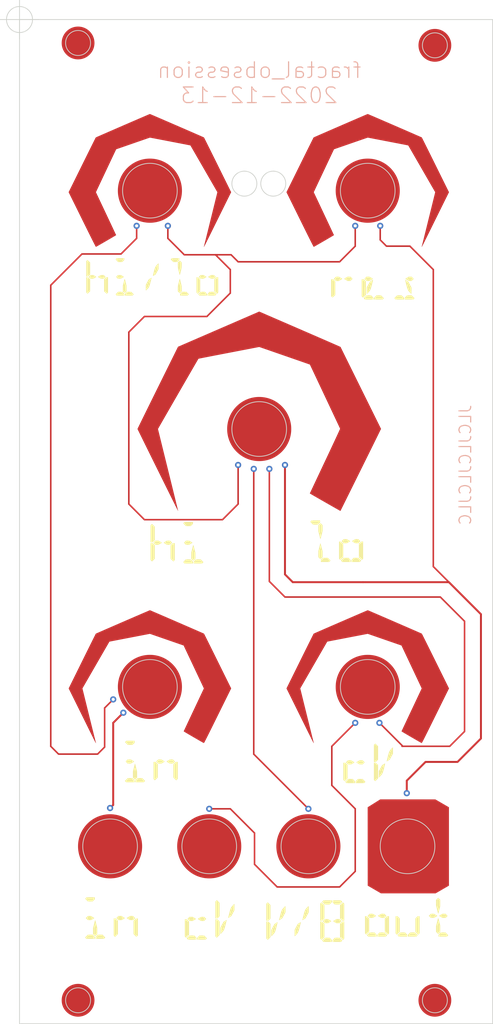
<source format=kicad_pcb>
(kicad_pcb (version 20211014) (generator pcbnew)
  (layers (0 "F.Cu" signal) (31 "B.Cu" signal) (34 "B.Paste" user) (35 "F.Paste" user) (36 "B.SilkS" user "B.Silkscreen") (37 "F.SilkS" user "F.Silkscreen") (38 "B.Mask" user) (39 "F.Mask" user) (44 "Edge.Cuts" user))
  (net 0 "")
  (footprint "Panel_Art:cV" (layer "F.Cu") (at 64.6 118)
    (fp_text reference "Ref**" hide)
    (fp_text value "Val**" hide)
  )
  (footprint "Panel_Art:in" (layer "F.Cu") (at 36.7 118)
    (fp_text reference "Ref**" hide)
    (fp_text value "Val**" hide)
  )
  (footprint "Panel_Art:dial_small" (layer "F.Cu") (at 36.7 105.4)
    (fp_text reference "Ref**" hide)
    (fp_text value "Val**" hide)
    (fp_poly (pts (xy -0.018884 -9.801499) (xy -0.077305 -9.777404) (xy -0.169763 -9.738487) (xy -0.29387 -9.685782) (xy -0.447236 -9.620325) (xy -0.627471 -9.543149) (xy -0.832187 -9.45529) (xy -1.058993 -9.357782) (xy -1.3055 -9.251661) (xy -1.569319 -9.137961) (xy -1.84806 -9.017718) (xy -2.139333 -8.891964) (xy -2.440749 -8.761737) (xy -2.749919 -8.62807) (xy -3.064453 -8.491999) (xy -3.381962 -8.354557) (xy -3.700055 -8.216781) (xy -4.016344 -8.079704) (xy -4.32844 -7.944361) (xy -4.633951 -7.811788) (xy -4.93049 -7.68302) (xy -5.215666 -7.55909) (xy -5.48709 -7.441034) (xy -5.742373 -7.329887) (xy -5.979125 -7.226683) (xy -6.194956 -7.132457) (xy -6.387477 -7.048245) (xy -6.554299 -6.97508) (xy -6.693032 -6.913998) (xy -6.801286 -6.866034) (xy -6.876673 -6.832222) (xy -6.916801 -6.813597) (xy -6.922888 -6.810312) (xy -6.934801 -6.789167) (xy -6.964519 -6.731957) (xy -7.011099 -6.640571) (xy -7.073599 -6.516901) (xy -7.151074 -6.362836) (xy -7.242582 -6.180266) (xy -7.347181 -5.971083) (xy -7.463927 -5.737177) (xy -7.591878 -5.480437) (xy -7.73009 -5.202754) (xy -7.87762 -4.906018) (xy -8.033527 -4.592119) (xy -8.196866 -4.262949) (xy -8.366695 -3.920396) (xy -8.542071 -3.566352) (xy -8.676122 -3.295534) (xy -10.403621 0.195553) (xy -9.574518 1.869098) (xy -9.431194 2.158455) (xy -9.27258 2.478779) (xy -9.102134 2.823084) (xy -8.923313 3.184381) (xy -8.739574 3.555684) (xy -8.554376 3.930004) (xy -8.371176 4.300354) (xy -8.19343 4.659746) (xy -8.024598 5.001192) (xy -7.868135 5.317705) (xy -7.843145 5.368269) (xy -7.714576 5.628045) (xy -7.591115 5.876786) (xy -7.474069 6.1119) (xy -7.364745 6.330793) (xy -7.26445 6.530871) (xy -7.174491 6.709542) (xy -7.096176 6.864211) (xy -7.030811 6.992285) (xy -6.979703 7.091172) (xy -6.944159 7.158277) (xy -6.925487 7.191007) (xy -6.923055 7.193894) (xy -6.912975 7.181306) (xy -6.914507 7.178019) (xy -6.920506 7.156092) (xy -6.936124 7.095191) (xy -6.960834 6.997445) (xy -6.994106 6.864978) (xy -7.03541 6.699917) (xy -7.084219 6.504388) (xy -7.140003 6.280516) (xy -7.202234 6.030429) (xy -7.270381 5.756253) (xy -7.343916 5.460113) (xy -7.422311 5.144135) (xy -7.505035 4.810446) (xy -7.59156 4.461172) (xy -7.681358 4.098439) (xy -7.773898 3.724373) (xy -7.785022 3.679392) (xy -8.646265 0.19664) (xy -6.917716 -2.797608) (xy -6.72814 -3.125983) (xy -6.54434 -3.444323) (xy -6.367427 -3.750705) (xy -6.198512 -4.043208) (xy -6.038706 -4.319906) (xy -5.889121 -4.578878) (xy -5.750867 -4.8182) (xy -5.625055 -5.03595) (xy -5.512797 -5.230203) (xy -5.415205 -5.399037) (xy -5.333387 -5.540529) (xy -5.268457 -5.652756) (xy -5.221526 -5.733794) (xy -5.193703 -5.781721) (xy -5.185909 -5.794987) (xy -5.165125 -5.7993) (xy -5.105265 -5.811121) (xy -5.008827 -5.829966) (xy -4.878309 -5.855352) (xy -4.716206 -5.886797) (xy -4.525017 -5.923818) (xy -4.307239 -5.965931) (xy -4.065369 -6.012654) (xy -3.801904 -6.063504) (xy -3.519342 -6.117998) (xy -3.220179 -6.175654) (xy -2.906912 -6.235987) (xy -2.592564 -6.296491) (xy -0.002477 -6.794863) (xy 2.159353 -6.046893) (xy 4.321182 -5.298924) (xy 5.580598 -2.63434) (xy 5.730767 -2.316596) (xy 5.876367 -2.008465) (xy 6.016329 -1.712209) (xy 6.149587 -1.430093) (xy 6.275071 -1.164379) (xy 6.391714 -0.91733) (xy 6.498447 -0.69121) (xy 6.594202 -0.488283) (xy 6.67791 -0.31081) (xy 6.748505 -0.161056) (xy 6.804917 -0.041284) (xy 6.846078 0.046243) (xy 6.87092 0.099262) (xy 6.87787 0.114277) (xy 6.915725 0.198311) (xy 5.623745 2.933031) (xy 5.472337 3.253652) (xy 5.325969 3.563874) (xy 5.185653 3.861533) (xy 5.052405 4.144465) (xy 4.92724 4.410508) (xy 4.811172 4.657498) (xy 4.705217 4.88327) (xy 4.610388 5.085662) (xy 4.5277 5.26251) (xy 4.458168 5.411651) (xy 4.402808 5.53092) (xy 4.362632 5.618154) (xy 4.338657 5.67119) (xy 4.331765 5.687854) (xy 4.349537 5.701044) (xy 4.400466 5.733195) (xy 4.480976 5.782228) (xy 4.587489 5.846066) (xy 4.716427 5.92263) (xy 4.864213 6.009843) (xy 5.027268 6.105627) (xy 5.202015 6.207904) (xy 5.384877 6.314596) (xy 5.572275 6.423626) (xy 5.760633 6.532915) (xy 5.946372 6.640386) (xy 6.125915 6.74396) (xy 6.295684 6.841561) (xy 6.452101 6.93111) (xy 6.591589 7.010529) (xy 6.710571 7.077741) (xy 6.805468 7.130667) (xy 6.872703 7.16723) (xy 6.908698 7.185352) (xy 6.912771 7.186859) (xy 6.921405 7.179067) (xy 6.93883 7.152707) (xy 6.965661 7.106564) (xy 7.00251 7.039425) (xy 7.049991 6.950075) (xy 7.108716 6.837299) (xy 7.1793 6.699884) (xy 7.262356 6.536614) (xy 7.358497 6.346276) (xy 7.468337 6.127655) (xy 7.592488 5.879537) (xy 7.731564 5.600708) (xy 7.886179 5.289953) (xy 8.056945 4.946057) (xy 8.244477 4.567807) (xy 8.449387 4.153988) (xy 8.672288 3.703386) (xy 8.676614 3.694638) (xy 10.40738 0.194322) (xy 8.680628 -3.296183) (xy 8.501789 -3.657547) (xy 8.327796 -4.008826) (xy 8.159593 -4.34813) (xy 7.998122 -4.673568) (xy 7.844326 -4.983251) (xy 7.699146 -5.275288) (xy 7.563527 -5.547789) (xy 7.438409 -5.798864) (xy 7.324736 -6.026622) (xy 7.223449 -6.229173) (xy 7.135492 -6.404628) (xy 7.061807 -6.551095) (xy 7.003336 -6.666685) (xy 6.961022 -6.749507) (xy 6.935807 -6.797671) (xy 6.928696 -6.809902) (xy 6.907049 -6.820522) (xy 6.848949 -6.846852) (xy 6.756785 -6.887858) (xy 6.632949 -6.942504) (xy 6.479829 -7.009755) (xy 6.299817 -7.088576) (xy 6.0953 -7.177932) (xy 5.868671 -7.276788) (xy 5.622317 -7.384108) (xy 5.358631 -7.498857) (xy 5.08 -7.62) (xy 4.788816 -7.746502) (xy 4.487468 -7.877327) (xy 4.178346 -8.011441) (xy 3.86384 -8.147808) (xy 3.54634 -8.285393) (xy 3.228235 -8.42316) (xy 2.911917 -8.560076) (xy 2.599774 -8.695103) (xy 2.294197 -8.827208) (xy 1.997575 -8.955355) (xy 1.712299 -9.078508) (xy 1.440758 -9.195633) (xy 1.185342 -9.305695) (xy 0.948442 -9.407657) (xy 0.732446 -9.500486) (xy 0.539746 -9.583145) (xy 0.372731 -9.6546) (xy 0.23379 -9.713815) (xy 0.125314 -9.759756) (xy 0.049693 -9.791386) (xy 0.009317 -9.807671) (xy 0.003108 -9.809736) (xy -0.018884 -9.801499)) (layer "F.Cu") (width 0.01) (fill solid))
  )
  (footprint "Panel_Art:hi-lo" (layer "F.Cu") (at 36.742379 56.013668)
    (fp_text reference "Ref**" hide)
    (fp_text value "Val**" hide)
  )
  (footprint "Panel_Art:dial_big" (layer "F.Cu") (at 50.7 72.4)
    (fp_text reference "Ref**" hide)
    (fp_text value "Val**" hide)
    (fp_poly (pts (xy 5.205559 -12.774214) (xy 5.652551 -12.580596) (xy 6.089356 -12.391288) (xy 6.514382 -12.206984) (xy 6.926037 -12.028378) (xy 7.322731 -11.856164) (xy 7.70287 -11.691034) (xy 8.064864 -11.533683) (xy 8.407122 -11.384804) (xy 8.72805 -11.24509) (xy 9.026059 -11.115236) (xy 9.299555 -10.995934) (xy 9.546948 -10.887878) (xy 9.766646 -10.791762) (xy 9.957058 -10.708279) (xy 10.116591 -10.638123) (xy 10.243654 -10.581987) (xy 10.336656 -10.540565) (xy 10.394004 -10.51455) (xy 10.414108 -10.504636) (xy 10.414117 -10.504617) (xy 10.423851 -10.484499) (xy 10.451611 -10.427977) (xy 10.496636 -10.336589) (xy 10.558169 -10.211869) (xy 10.635449 -10.055352) (xy 10.727717 -9.868574) (xy 10.834215 -9.65307) (xy 10.954183 -9.410374) (xy 11.086861 -9.142023) (xy 11.231492 -8.849551) (xy 11.387314 -8.534494) (xy 11.55357 -8.198387) (xy 11.7295 -7.842765) (xy 11.914345 -7.469163) (xy 12.107345 -7.079116) (xy 12.307742 -6.674161) (xy 12.514776 -6.255831) (xy 12.727688 -5.825662) (xy 12.945719 -5.38519) (xy 13.010659 -5.254005) (xy 15.601721 -0.019833) (xy 15.299226 0.5981) (xy 15.242294 0.714171) (xy 15.170129 0.86092) (xy 15.083678 1.036435) (xy 14.983887 1.238806) (xy 14.871703 1.466123) (xy 14.748073 1.716476) (xy 14.613943 1.987955) (xy 14.470259 2.278648) (xy 14.317968 2.586646) (xy 14.158016 2.910039) (xy 13.991351 3.246916) (xy 13.818919 3.595367) (xy 13.641666 3.953481) (xy 13.460538 4.319349) (xy 13.276483 4.69106) (xy 13.090447 5.066704) (xy 12.903377 5.44437) (xy 12.716218 5.822148) (xy 12.529918 6.198129) (xy 12.345424 6.5704) (xy 12.163681 6.937053) (xy 11.985636 7.296178) (xy 11.812236 7.645862) (xy 11.644427 7.984198) (xy 11.483156 8.309273) (xy 11.32937 8.619178) (xy 11.184014 8.912003) (xy 11.048037 9.185837) (xy 10.922383 9.43877) (xy 10.808 9.668891) (xy 10.705834 9.874291) (xy 10.616832 10.05306) (xy 10.54194 10.203285) (xy 10.482105 10.323059) (xy 10.438274 10.410469) (xy 10.411392 10.463607) (xy 10.402443 10.480584) (xy 10.383346 10.471539) (xy 10.330471 10.44304) (xy 10.246729 10.39675) (xy 10.13503 10.334333) (xy 9.998286 10.257452) (xy 9.839408 10.167771) (xy 9.661308 10.066952) (xy 9.466897 9.956658) (xy 9.259087 9.838554) (xy 9.040788 9.714303) (xy 8.814912 9.585567) (xy 8.584371 9.45401) (xy 8.352076 9.321295) (xy 8.120937 9.189086) (xy 7.893867 9.059045) (xy 7.673776 8.932837) (xy 7.463577 8.812124) (xy 7.26618 8.698569) (xy 7.084496 8.593837) (xy 6.921438 8.49959) (xy 6.779916 8.417491) (xy 6.662842 8.349204) (xy 6.573127 8.296392) (xy 6.513682 8.260719) (xy 6.487585 8.243977) (xy 6.495985 8.224735) (xy 6.521656 8.168969) (xy 6.563776 8.078426) (xy 6.621522 7.954853) (xy 6.694073 7.799999) (xy 6.780606 7.61561) (xy 6.880298 7.403433) (xy 6.992327 7.165218) (xy 7.11587 6.902709) (xy 7.250106 6.617657) (xy 7.394212 6.311806) (xy 7.547365 5.986906) (xy 7.708743 5.644704) (xy 7.877523 5.286946) (xy 8.052884 4.915381) (xy 8.234002 4.531755) (xy 8.420056 4.137817) (xy 8.430484 4.115741) (xy 8.620862 3.712466) (xy 8.805611 3.320601) (xy 8.983944 2.941836) (xy 9.155074 2.577859) (xy 9.318215 2.230358) (xy 9.472581 1.901022) (xy 9.617383 1.59154) (xy 9.751836 1.303598) (xy 9.875154 1.038888) (xy 9.986548 0.799095) (xy 10.085233 0.58591) (xy 10.170423 0.401021) (xy 10.241329 0.246116) (xy 10.297166 0.122883) (xy 10.337147 0.033011) (xy 10.360485 -0.021811) (xy 10.366613 -0.039778) (xy 10.35695 -0.060639) (xy 10.330235 -0.117619) (xy 10.287479 -0.208576) (xy 10.229694 -0.331369) (xy 10.157889 -0.483854) (xy 10.073076 -0.66389) (xy 9.976266 -0.869333) (xy 9.868468 -1.098042) (xy 9.750695 -1.347874) (xy 9.623956 -1.616686) (xy 9.489263 -1.902337) (xy 9.347625 -2.202684) (xy 9.200055 -2.515584) (xy 9.047563 -2.838895) (xy 8.89116 -3.170475) (xy 8.731855 -3.508181) (xy 8.570661 -3.849871) (xy 8.408588 -4.193402) (xy 8.246646 -4.536633) (xy 8.085847 -4.87742) (xy 7.927201 -5.213621) (xy 7.771719 -5.543095) (xy 7.620412 -5.863698) (xy 7.474291 -6.173288) (xy 7.334366 -6.469723) (xy 7.201648 -6.75086) (xy 7.077147 -7.014557) (xy 6.961876 -7.258672) (xy 6.856844 -7.481061) (xy 6.763062 -7.679584) (xy 6.681541 -7.852097) (xy 6.613292 -7.996457) (xy 6.559325 -8.110524) (xy 6.520652 -8.192153) (xy 6.498283 -8.239203) (xy 6.492827 -8.250487) (xy 6.472847 -8.257849) (xy 6.414969 -8.278329) (xy 6.321297 -8.311193) (xy 6.193937 -8.35571) (xy 6.034994 -8.411148) (xy 5.846573 -8.476775) (xy 5.63078 -8.551859) (xy 5.389721 -8.635668) (xy 5.125499 -8.72747) (xy 4.840221 -8.826533) (xy 4.535992 -8.932125) (xy 4.214917 -9.043514) (xy 3.879102 -9.159968) (xy 3.530651 -9.280755) (xy 3.245829 -9.379451) (xy 0.00178 -10.503396) (xy -3.88172 -9.755961) (xy -4.280501 -9.679167) (xy -4.668156 -9.604432) (xy -5.042637 -9.532154) (xy -5.401897 -9.462732) (xy -5.743889 -9.396562) (xy -6.066567 -9.334045) (xy -6.367882 -9.275578) (xy -6.645789 -9.221559) (xy -6.898241 -9.172386) (xy -7.123189 -9.128459) (xy -7.318588 -9.090174) (xy -7.48239 -9.05793) (xy -7.612548 -9.032126) (xy -7.707016 -9.013159) (xy -7.763746 -9.001428) (xy -7.780817 -8.997414) (xy -7.79292 -8.978161) (xy -7.825024 -8.924153) (xy -7.876021 -8.837307) (xy -7.944806 -8.71954) (xy -8.030273 -8.572769) (xy -8.131314 -8.398912) (xy -8.246826 -8.199884) (xy -8.3757 -7.977605) (xy -8.516831 -7.733989) (xy -8.669112 -7.470955) (xy -8.831439 -7.19042) (xy -9.002704 -6.894301) (xy -9.181801 -6.584515) (xy -9.367624 -6.262978) (xy -9.559068 -5.931609) (xy -9.755025 -5.592324) (xy -9.95439 -5.24704) (xy -10.156057 -4.897675) (xy -10.358919 -4.546145) (xy -10.56187 -4.194368) (xy -10.763805 -3.84426) (xy -10.963617 -3.49774) (xy -11.160199 -3.156723) (xy -11.352447 -2.823127) (xy -11.539252 -2.498869) (xy -11.719511 -2.185867) (xy -11.892115 -1.886036) (xy -12.05596 -1.601296) (xy -12.209939 -1.333561) (xy -12.352945 -1.08475) (xy -12.483873 -0.85678) (xy -12.601617 -0.651568) (xy -12.705071 -0.471031) (xy -12.793127 -0.317086) (xy -12.864681 -0.191649) (xy -12.918625 -0.096639) (xy -12.953855 -0.033972) (xy -12.969263 -0.005566) (xy -12.969889 -0.004053) (xy -12.964873 0.017862) (xy -12.950109 0.079137) (xy -12.926026 0.178036) (xy -12.893051 0.312828) (xy -12.85161 0.481778) (xy -12.802131 0.683153) (xy -12.745042 0.915219) (xy -12.68077 1.176243) (xy -12.609742 1.464492) (xy -12.532386 1.778231) (xy -12.449129 2.115727) (xy -12.360399 2.475248) (xy -12.266622 2.855058) (xy -12.168226 3.253425) (xy -12.065638 3.668616) (xy -11.959287 4.098896) (xy -11.849598 4.542532) (xy -11.737 4.997791) (xy -11.67775 5.237295) (xy -11.563843 5.697874) (xy -11.45267 6.147728) (xy -11.344659 6.585125) (xy -11.240233 7.00833) (xy -11.139819 7.415612) (xy -11.043841 7.805235) (xy -10.952725 8.175467) (xy -10.866896 8.524574) (xy -10.786779 8.850823) (xy -10.712799 9.152481) (xy -10.645382 9.427813) (xy -10.584953 9.675087) (xy -10.531938 9.89257) (xy -10.486761 10.078527) (xy -10.449847 10.231226) (xy -10.421623 10.348933) (xy -10.402513 10.429914) (xy -10.392942 10.472436) (xy -10.391875 10.47877) (xy -10.401662 10.461648) (xy -10.429447 10.408096) (xy -10.474472 10.319636) (xy -10.53598 10.197788) (xy -10.613214 10.044074) (xy -10.705416 9.860017) (xy -10.811828 9.647137) (xy -10.931694 9.406956) (xy -11.064255 9.140996) (xy -11.208755 8.850779) (xy -11.364435 8.537825) (xy -11.530539 8.203657) (xy -11.706308 7.849795) (xy -11.890986 7.477763) (xy -12.083814 7.08908) (xy -12.284036 6.685269) (xy -12.490893 6.267852) (xy -12.703629 5.838349) (xy -12.921486 5.398283) (xy -12.991055 5.257708) (xy -13.210523 4.814149) (xy -13.425088 4.380383) (xy -13.633993 3.957948) (xy -13.836479 3.548383) (xy -14.031787 3.153224) (xy -14.219158 2.77401) (xy -14.397835 2.412279) (xy -14.567057 2.069569) (xy -14.726068 1.747416) (xy -14.874107 1.44736) (xy -15.010416 1.170937) (xy -15.134237 0.919687) (xy -15.244811 0.695145) (xy -15.34138 0.498851) (xy -15.423184 0.332343) (xy -15.489464 0.197157) (xy -15.539464 0.094832) (xy -15.572422 0.026906) (xy -15.587582 -0.005084) (xy -15.588546 -0.007446) (xy -15.579659 -0.028319) (xy -15.55272 -0.085582) (xy -15.508485 -0.177698) (xy -15.44771 -0.303131) (xy -15.37115 -0.460346) (xy -15.279561 -0.647805) (xy -15.173699 -0.863972) (xy -15.05432 -1.107311) (xy -14.922179 -1.376286) (xy -14.778032 -1.66936) (xy -14.622636 -1.984997) (xy -14.456744 -2.32166) (xy -14.281114 -2.677815) (xy -14.096502 -3.051923) (xy -13.903662 -3.442449) (xy -13.703351 -3.847857) (xy -13.496324 -4.26661) (xy -13.283337 -4.697172) (xy -13.065146 -5.138006) (xy -12.995629 -5.278406) (xy -10.398139 -10.524011) (xy -5.197829 -12.775691) (xy 0.00248 -15.027372) (xy 5.205559 -12.774214)) (layer "F.Cu") (width 0.01) (fill solid))
  )
  (footprint "Panel_Art:dial_small" (layer "F.Cu") (at 64.6 105.4)
    (fp_text reference "Ref**" hide)
    (fp_text value "Val**" hide)
    (fp_poly (pts (xy -0.018884 -9.801499) (xy -0.077305 -9.777404) (xy -0.169763 -9.738487) (xy -0.29387 -9.685782) (xy -0.447236 -9.620325) (xy -0.627471 -9.543149) (xy -0.832187 -9.45529) (xy -1.058993 -9.357782) (xy -1.3055 -9.251661) (xy -1.569319 -9.137961) (xy -1.84806 -9.017718) (xy -2.139333 -8.891964) (xy -2.440749 -8.761737) (xy -2.749919 -8.62807) (xy -3.064453 -8.491999) (xy -3.381962 -8.354557) (xy -3.700055 -8.216781) (xy -4.016344 -8.079704) (xy -4.32844 -7.944361) (xy -4.633951 -7.811788) (xy -4.93049 -7.68302) (xy -5.215666 -7.55909) (xy -5.48709 -7.441034) (xy -5.742373 -7.329887) (xy -5.979125 -7.226683) (xy -6.194956 -7.132457) (xy -6.387477 -7.048245) (xy -6.554299 -6.97508) (xy -6.693032 -6.913998) (xy -6.801286 -6.866034) (xy -6.876673 -6.832222) (xy -6.916801 -6.813597) (xy -6.922888 -6.810312) (xy -6.934801 -6.789167) (xy -6.964519 -6.731957) (xy -7.011099 -6.640571) (xy -7.073599 -6.516901) (xy -7.151074 -6.362836) (xy -7.242582 -6.180266) (xy -7.347181 -5.971083) (xy -7.463927 -5.737177) (xy -7.591878 -5.480437) (xy -7.73009 -5.202754) (xy -7.87762 -4.906018) (xy -8.033527 -4.592119) (xy -8.196866 -4.262949) (xy -8.366695 -3.920396) (xy -8.542071 -3.566352) (xy -8.676122 -3.295534) (xy -10.403621 0.195553) (xy -9.574518 1.869098) (xy -9.431194 2.158455) (xy -9.27258 2.478779) (xy -9.102134 2.823084) (xy -8.923313 3.184381) (xy -8.739574 3.555684) (xy -8.554376 3.930004) (xy -8.371176 4.300354) (xy -8.19343 4.659746) (xy -8.024598 5.001192) (xy -7.868135 5.317705) (xy -7.843145 5.368269) (xy -7.714576 5.628045) (xy -7.591115 5.876786) (xy -7.474069 6.1119) (xy -7.364745 6.330793) (xy -7.26445 6.530871) (xy -7.174491 6.709542) (xy -7.096176 6.864211) (xy -7.030811 6.992285) (xy -6.979703 7.091172) (xy -6.944159 7.158277) (xy -6.925487 7.191007) (xy -6.923055 7.193894) (xy -6.912975 7.181306) (xy -6.914507 7.178019) (xy -6.920506 7.156092) (xy -6.936124 7.095191) (xy -6.960834 6.997445) (xy -6.994106 6.864978) (xy -7.03541 6.699917) (xy -7.084219 6.504388) (xy -7.140003 6.280516) (xy -7.202234 6.030429) (xy -7.270381 5.756253) (xy -7.343916 5.460113) (xy -7.422311 5.144135) (xy -7.505035 4.810446) (xy -7.59156 4.461172) (xy -7.681358 4.098439) (xy -7.773898 3.724373) (xy -7.785022 3.679392) (xy -8.646265 0.19664) (xy -6.917716 -2.797608) (xy -6.72814 -3.125983) (xy -6.54434 -3.444323) (xy -6.367427 -3.750705) (xy -6.198512 -4.043208) (xy -6.038706 -4.319906) (xy -5.889121 -4.578878) (xy -5.750867 -4.8182) (xy -5.625055 -5.03595) (xy -5.512797 -5.230203) (xy -5.415205 -5.399037) (xy -5.333387 -5.540529) (xy -5.268457 -5.652756) (xy -5.221526 -5.733794) (xy -5.193703 -5.781721) (xy -5.185909 -5.794987) (xy -5.165125 -5.7993) (xy -5.105265 -5.811121) (xy -5.008827 -5.829966) (xy -4.878309 -5.855352) (xy -4.716206 -5.886797) (xy -4.525017 -5.923818) (xy -4.307239 -5.965931) (xy -4.065369 -6.012654) (xy -3.801904 -6.063504) (xy -3.519342 -6.117998) (xy -3.220179 -6.175654) (xy -2.906912 -6.235987) (xy -2.592564 -6.296491) (xy -0.002477 -6.794863) (xy 2.159353 -6.046893) (xy 4.321182 -5.298924) (xy 5.580598 -2.63434) (xy 5.730767 -2.316596) (xy 5.876367 -2.008465) (xy 6.016329 -1.712209) (xy 6.149587 -1.430093) (xy 6.275071 -1.164379) (xy 6.391714 -0.91733) (xy 6.498447 -0.69121) (xy 6.594202 -0.488283) (xy 6.67791 -0.31081) (xy 6.748505 -0.161056) (xy 6.804917 -0.041284) (xy 6.846078 0.046243) (xy 6.87092 0.099262) (xy 6.87787 0.114277) (xy 6.915725 0.198311) (xy 5.623745 2.933031) (xy 5.472337 3.253652) (xy 5.325969 3.563874) (xy 5.185653 3.861533) (xy 5.052405 4.144465) (xy 4.92724 4.410508) (xy 4.811172 4.657498) (xy 4.705217 4.88327) (xy 4.610388 5.085662) (xy 4.5277 5.26251) (xy 4.458168 5.411651) (xy 4.402808 5.53092) (xy 4.362632 5.618154) (xy 4.338657 5.67119) (xy 4.331765 5.687854) (xy 4.349537 5.701044) (xy 4.400466 5.733195) (xy 4.480976 5.782228) (xy 4.587489 5.846066) (xy 4.716427 5.92263) (xy 4.864213 6.009843) (xy 5.027268 6.105627) (xy 5.202015 6.207904) (xy 5.384877 6.314596) (xy 5.572275 6.423626) (xy 5.760633 6.532915) (xy 5.946372 6.640386) (xy 6.125915 6.74396) (xy 6.295684 6.841561) (xy 6.452101 6.93111) (xy 6.591589 7.010529) (xy 6.710571 7.077741) (xy 6.805468 7.130667) (xy 6.872703 7.16723) (xy 6.908698 7.185352) (xy 6.912771 7.186859) (xy 6.921405 7.179067) (xy 6.93883 7.152707) (xy 6.965661 7.106564) (xy 7.00251 7.039425) (xy 7.049991 6.950075) (xy 7.108716 6.837299) (xy 7.1793 6.699884) (xy 7.262356 6.536614) (xy 7.358497 6.346276) (xy 7.468337 6.127655) (xy 7.592488 5.879537) (xy 7.731564 5.600708) (xy 7.886179 5.289953) (xy 8.056945 4.946057) (xy 8.244477 4.567807) (xy 8.449387 4.153988) (xy 8.672288 3.703386) (xy 8.676614 3.694638) (xy 10.40738 0.194322) (xy 8.680628 -3.296183) (xy 8.501789 -3.657547) (xy 8.327796 -4.008826) (xy 8.159593 -4.34813) (xy 7.998122 -4.673568) (xy 7.844326 -4.983251) (xy 7.699146 -5.275288) (xy 7.563527 -5.547789) (xy 7.438409 -5.798864) (xy 7.324736 -6.026622) (xy 7.223449 -6.229173) (xy 7.135492 -6.404628) (xy 7.061807 -6.551095) (xy 7.003336 -6.666685) (xy 6.961022 -6.749507) (xy 6.935807 -6.797671) (xy 6.928696 -6.809902) (xy 6.907049 -6.820522) (xy 6.848949 -6.846852) (xy 6.756785 -6.887858) (xy 6.632949 -6.942504) (xy 6.479829 -7.009755) (xy 6.299817 -7.088576) (xy 6.0953 -7.177932) (xy 5.868671 -7.276788) (xy 5.622317 -7.384108) (xy 5.358631 -7.498857) (xy 5.08 -7.62) (xy 4.788816 -7.746502) (xy 4.487468 -7.877327) (xy 4.178346 -8.011441) (xy 3.86384 -8.147808) (xy 3.54634 -8.285393) (xy 3.228235 -8.42316) (xy 2.911917 -8.560076) (xy 2.599774 -8.695103) (xy 2.294197 -8.827208) (xy 1.997575 -8.955355) (xy 1.712299 -9.078508) (xy 1.440758 -9.195633) (xy 1.185342 -9.305695) (xy 0.948442 -9.407657) (xy 0.732446 -9.500486) (xy 0.539746 -9.583145) (xy 0.372731 -9.6546) (xy 0.23379 -9.713815) (xy 0.125314 -9.759756) (xy 0.049693 -9.791386) (xy 0.009317 -9.807671) (xy 0.003108 -9.809736) (xy -0.018884 -9.801499)) (layer "F.Cu") (width 0.01) (fill solid))
  )
  (footprint "Panel_Art:hi" (layer "F.Cu") (at 40 90)
    (fp_text reference "Ref**" hide)
    (fp_text value "Val**" hide)
  )
  (footprint "Panel_Art:res" (layer "F.Cu") (at 64.6 56)
    (fp_text reference "Ref**" hide)
    (fp_text value "Val**" hide)
  )
  (footprint "Panel_Art:out" (layer "F.Cu") (at 69.7 138.032759)
    (fp_text reference "Ref**" hide)
    (fp_text value "Val**" hide)
  )
  (footprint "Panel_Art:v-8" (layer "F.Cu") (at 56.048999 138.032759)
    (fp_text reference "Ref**" hide)
    (fp_text value "Val**" hide)
  )
  (footprint "Panel_Art:in" (layer "F.Cu") (at 31.6 138.032759)
    (fp_text reference "Ref**" hide)
    (fp_text value "Val**" hide)
  )
  (footprint "Panel_Art:dial-small" (layer "F.Cu") (at 64.6 41.9)
    (fp_text reference "Ref**" hide)
    (fp_text value "Val**" hide)
    (fp_poly (pts (xy 0.018884 -9.801499) (xy 0.077305 -9.777404) (xy 0.169763 -9.738487) (xy 0.29387 -9.685782) (xy 0.447236 -9.620325) (xy 0.627471 -9.543149) (xy 0.832187 -9.45529) (xy 1.058993 -9.357782) (xy 1.3055 -9.251661) (xy 1.569319 -9.137961) (xy 1.84806 -9.017718) (xy 2.139333 -8.891964) (xy 2.440749 -8.761737) (xy 2.749919 -8.62807) (xy 3.064453 -8.491999) (xy 3.381962 -8.354557) (xy 3.700055 -8.216781) (xy 4.016344 -8.079704) (xy 4.32844 -7.944361) (xy 4.633951 -7.811788) (xy 4.93049 -7.68302) (xy 5.215666 -7.55909) (xy 5.48709 -7.441034) (xy 5.742373 -7.329887) (xy 5.979125 -7.226683) (xy 6.194956 -7.132457) (xy 6.387477 -7.048245) (xy 6.554299 -6.97508) (xy 6.693032 -6.913998) (xy 6.801286 -6.866034) (xy 6.876673 -6.832222) (xy 6.916801 -6.813597) (xy 6.922888 -6.810312) (xy 6.934801 -6.789167) (xy 6.964519 -6.731957) (xy 7.011099 -6.640571) (xy 7.073599 -6.516901) (xy 7.151074 -6.362836) (xy 7.242582 -6.180266) (xy 7.347181 -5.971083) (xy 7.463927 -5.737177) (xy 7.591878 -5.480437) (xy 7.73009 -5.202754) (xy 7.87762 -4.906018) (xy 8.033527 -4.592119) (xy 8.196866 -4.262949) (xy 8.366695 -3.920396) (xy 8.542071 -3.566352) (xy 8.676122 -3.295534) (xy 10.403621 0.195553) (xy 9.574518 1.869098) (xy 9.431194 2.158455) (xy 9.27258 2.478779) (xy 9.102134 2.823084) (xy 8.923313 3.184381) (xy 8.739574 3.555684) (xy 8.554376 3.930004) (xy 8.371176 4.300354) (xy 8.19343 4.659746) (xy 8.024598 5.001192) (xy 7.868135 5.317705) (xy 7.843145 5.368269) (xy 7.714576 5.628045) (xy 7.591115 5.876786) (xy 7.474069 6.1119) (xy 7.364745 6.330793) (xy 7.26445 6.530871) (xy 7.174491 6.709542) (xy 7.096176 6.864211) (xy 7.030811 6.992285) (xy 6.979703 7.091172) (xy 6.944159 7.158277) (xy 6.925487 7.191007) (xy 6.923055 7.193894) (xy 6.912975 7.181306) (xy 6.914507 7.178019) (xy 6.920506 7.156092) (xy 6.936124 7.095191) (xy 6.960834 6.997445) (xy 6.994106 6.864978) (xy 7.03541 6.699917) (xy 7.084219 6.504388) (xy 7.140003 6.280516) (xy 7.202234 6.030429) (xy 7.270381 5.756253) (xy 7.343916 5.460113) (xy 7.422311 5.144135) (xy 7.505035 4.810446) (xy 7.59156 4.461172) (xy 7.681358 4.098439) (xy 7.773898 3.724373) (xy 7.785022 3.679392) (xy 8.646265 0.19664) (xy 6.917716 -2.797608) (xy 6.72814 -3.125983) (xy 6.54434 -3.444323) (xy 6.367427 -3.750705) (xy 6.198512 -4.043208) (xy 6.038706 -4.319906) (xy 5.889121 -4.578878) (xy 5.750867 -4.8182) (xy 5.625055 -5.03595) (xy 5.512797 -5.230203) (xy 5.415205 -5.399037) (xy 5.333387 -5.540529) (xy 5.268457 -5.652756) (xy 5.221526 -5.733794) (xy 5.193703 -5.781721) (xy 5.185909 -5.794987) (xy 5.165125 -5.7993) (xy 5.105265 -5.811121) (xy 5.008827 -5.829966) (xy 4.878309 -5.855352) (xy 4.716206 -5.886797) (xy 4.525017 -5.923818) (xy 4.307239 -5.965931) (xy 4.065369 -6.012654) (xy 3.801904 -6.063504) (xy 3.519342 -6.117998) (xy 3.220179 -6.175654) (xy 2.906912 -6.235987) (xy 2.592564 -6.296491) (xy 0.002477 -6.794863) (xy -2.159353 -6.046893) (xy -4.321182 -5.298924) (xy -5.580598 -2.63434) (xy -5.730767 -2.316596) (xy -5.876367 -2.008465) (xy -6.016329 -1.712209) (xy -6.149587 -1.430093) (xy -6.275071 -1.164379) (xy -6.391714 -0.91733) (xy -6.498447 -0.69121) (xy -6.594202 -0.488283) (xy -6.67791 -0.31081) (xy -6.748505 -0.161056) (xy -6.804917 -0.041284) (xy -6.846078 0.046243) (xy -6.87092 0.099262) (xy -6.87787 0.114277) (xy -6.915725 0.198311) (xy -5.623745 2.933031) (xy -5.472337 3.253652) (xy -5.325969 3.563874) (xy -5.185653 3.861533) (xy -5.052405 4.144465) (xy -4.92724 4.410508) (xy -4.811172 4.657498) (xy -4.705217 4.88327) (xy -4.610388 5.085662) (xy -4.5277 5.26251) (xy -4.458168 5.411651) (xy -4.402808 5.53092) (xy -4.362632 5.618154) (xy -4.338657 5.67119) (xy -4.331765 5.687854) (xy -4.349537 5.701044) (xy -4.400466 5.733195) (xy -4.480976 5.782228) (xy -4.587489 5.846066) (xy -4.716427 5.92263) (xy -4.864213 6.009843) (xy -5.027268 6.105627) (xy -5.202015 6.207904) (xy -5.384877 6.314596) (xy -5.572275 6.423626) (xy -5.760633 6.532915) (xy -5.946372 6.640386) (xy -6.125915 6.74396) (xy -6.295684 6.841561) (xy -6.452101 6.93111) (xy -6.591589 7.010529) (xy -6.710571 7.077741) (xy -6.805468 7.130667) (xy -6.872703 7.16723) (xy -6.908698 7.185352) (xy -6.912771 7.186859) (xy -6.921405 7.179067) (xy -6.93883 7.152707) (xy -6.965661 7.106564) (xy -7.00251 7.039425) (xy -7.049991 6.950075) (xy -7.108716 6.837299) (xy -7.1793 6.699884) (xy -7.262356 6.536614) (xy -7.358497 6.346276) (xy -7.468337 6.127655) (xy -7.592488 5.879537) (xy -7.731564 5.600708) (xy -7.886179 5.289953) (xy -8.056945 4.946057) (xy -8.244477 4.567807) (xy -8.449387 4.153988) (xy -8.672288 3.703386) (xy -8.676614 3.694638) (xy -10.40738 0.194322) (xy -8.680628 -3.296183) (xy -8.501789 -3.657547) (xy -8.327796 -4.008826) (xy -8.159593 -4.34813) (xy -7.998122 -4.673568) (xy -7.844326 -4.983251) (xy -7.699146 -5.275288) (xy -7.563527 -5.547789) (xy -7.438409 -5.798864) (xy -7.324736 -6.026622) (xy -7.223449 -6.229173) (xy -7.135492 -6.404628) (xy -7.061807 -6.551095) (xy -7.003336 -6.666685) (xy -6.961022 -6.749507) (xy -6.935807 -6.797671) (xy -6.928696 -6.809902) (xy -6.907049 -6.820522) (xy -6.848949 -6.846852) (xy -6.756785 -6.887858) (xy -6.632949 -6.942504) (xy -6.479829 -7.009755) (xy -6.299817 -7.088576) (xy -6.0953 -7.177932) (xy -5.868671 -7.276788) (xy -5.622317 -7.384108) (xy -5.358631 -7.498857) (xy -5.08 -7.62) (xy -4.788816 -7.746502) (xy -4.487468 -7.877327) (xy -4.178346 -8.011441) (xy -3.86384 -8.147808) (xy -3.54634 -8.285393) (xy -3.228235 -8.42316) (xy -2.911917 -8.560076) (xy -2.599774 -8.695103) (xy -2.294197 -8.827208) (xy -1.997575 -8.955355) (xy -1.712299 -9.078508) (xy -1.440758 -9.195633) (xy -1.185342 -9.305695) (xy -0.948442 -9.407657) (xy -0.732446 -9.500486) (xy -0.539746 -9.583145) (xy -0.372731 -9.6546) (xy -0.23379 -9.713815) (xy -0.125314 -9.759756) (xy -0.049693 -9.791386) (xy -0.009317 -9.807671) (xy -0.003108 -9.809736) (xy 0.018884 -9.801499)) (layer "F.Cu") (width 0.01) (fill solid))
  )
  (footprint "Panel_Art:out-pad" (layer "F.Cu") (at 69.7 125.8)
    (fp_text reference "Ref**" hide)
    (fp_text value "Val**" hide)
    (fp_poly (pts (xy 0.031608 -6.000318) (xy 3.563168 -5.999267) (xy 4.431001 -5.496311) (xy 5.298834 -4.993354) (xy 5.298834 5.028863) (xy 3.584334 6.020271) (xy -3.400666 6.017093) (xy -4.247332 5.524978) (xy -5.093999 5.032862) (xy -5.098687 0.018455) (xy -5.103375 -4.995951) (xy -4.301664 -5.49866) (xy -3.499952 -6.001368) (xy 0.031608 -6.000318)) (layer "F.Cu") (width 0.01) (fill solid))
  )
  (footprint "Panel_Art:dial-small" (layer "F.Cu") (at 36.7 41.9)
    (fp_text reference "Ref**" hide)
    (fp_text value "Val**" hide)
    (fp_poly (pts (xy 0.018884 -9.801499) (xy 0.077305 -9.777404) (xy 0.169763 -9.738487) (xy 0.29387 -9.685782) (xy 0.447236 -9.620325) (xy 0.627471 -9.543149) (xy 0.832187 -9.45529) (xy 1.058993 -9.357782) (xy 1.3055 -9.251661) (xy 1.569319 -9.137961) (xy 1.84806 -9.017718) (xy 2.139333 -8.891964) (xy 2.440749 -8.761737) (xy 2.749919 -8.62807) (xy 3.064453 -8.491999) (xy 3.381962 -8.354557) (xy 3.700055 -8.216781) (xy 4.016344 -8.079704) (xy 4.32844 -7.944361) (xy 4.633951 -7.811788) (xy 4.93049 -7.68302) (xy 5.215666 -7.55909) (xy 5.48709 -7.441034) (xy 5.742373 -7.329887) (xy 5.979125 -7.226683) (xy 6.194956 -7.132457) (xy 6.387477 -7.048245) (xy 6.554299 -6.97508) (xy 6.693032 -6.913998) (xy 6.801286 -6.866034) (xy 6.876673 -6.832222) (xy 6.916801 -6.813597) (xy 6.922888 -6.810312) (xy 6.934801 -6.789167) (xy 6.964519 -6.731957) (xy 7.011099 -6.640571) (xy 7.073599 -6.516901) (xy 7.151074 -6.362836) (xy 7.242582 -6.180266) (xy 7.347181 -5.971083) (xy 7.463927 -5.737177) (xy 7.591878 -5.480437) (xy 7.73009 -5.202754) (xy 7.87762 -4.906018) (xy 8.033527 -4.592119) (xy 8.196866 -4.262949) (xy 8.366695 -3.920396) (xy 8.542071 -3.566352) (xy 8.676122 -3.295534) (xy 10.403621 0.195553) (xy 9.574518 1.869098) (xy 9.431194 2.158455) (xy 9.27258 2.478779) (xy 9.102134 2.823084) (xy 8.923313 3.184381) (xy 8.739574 3.555684) (xy 8.554376 3.930004) (xy 8.371176 4.300354) (xy 8.19343 4.659746) (xy 8.024598 5.001192) (xy 7.868135 5.317705) (xy 7.843145 5.368269) (xy 7.714576 5.628045) (xy 7.591115 5.876786) (xy 7.474069 6.1119) (xy 7.364745 6.330793) (xy 7.26445 6.530871) (xy 7.174491 6.709542) (xy 7.096176 6.864211) (xy 7.030811 6.992285) (xy 6.979703 7.091172) (xy 6.944159 7.158277) (xy 6.925487 7.191007) (xy 6.923055 7.193894) (xy 6.912975 7.181306) (xy 6.914507 7.178019) (xy 6.920506 7.156092) (xy 6.936124 7.095191) (xy 6.960834 6.997445) (xy 6.994106 6.864978) (xy 7.03541 6.699917) (xy 7.084219 6.504388) (xy 7.140003 6.280516) (xy 7.202234 6.030429) (xy 7.270381 5.756253) (xy 7.343916 5.460113) (xy 7.422311 5.144135) (xy 7.505035 4.810446) (xy 7.59156 4.461172) (xy 7.681358 4.098439) (xy 7.773898 3.724373) (xy 7.785022 3.679392) (xy 8.646265 0.19664) (xy 6.917716 -2.797608) (xy 6.72814 -3.125983) (xy 6.54434 -3.444323) (xy 6.367427 -3.750705) (xy 6.198512 -4.043208) (xy 6.038706 -4.319906) (xy 5.889121 -4.578878) (xy 5.750867 -4.8182) (xy 5.625055 -5.03595) (xy 5.512797 -5.230203) (xy 5.415205 -5.399037) (xy 5.333387 -5.540529) (xy 5.268457 -5.652756) (xy 5.221526 -5.733794) (xy 5.193703 -5.781721) (xy 5.185909 -5.794987) (xy 5.165125 -5.7993) (xy 5.105265 -5.811121) (xy 5.008827 -5.829966) (xy 4.878309 -5.855352) (xy 4.716206 -5.886797) (xy 4.525017 -5.923818) (xy 4.307239 -5.965931) (xy 4.065369 -6.012654) (xy 3.801904 -6.063504) (xy 3.519342 -6.117998) (xy 3.220179 -6.175654) (xy 2.906912 -6.235987) (xy 2.592564 -6.296491) (xy 0.002477 -6.794863) (xy -2.159353 -6.046893) (xy -4.321182 -5.298924) (xy -5.580598 -2.63434) (xy -5.730767 -2.316596) (xy -5.876367 -2.008465) (xy -6.016329 -1.712209) (xy -6.149587 -1.430093) (xy -6.275071 -1.164379) (xy -6.391714 -0.91733) (xy -6.498447 -0.69121) (xy -6.594202 -0.488283) (xy -6.67791 -0.31081) (xy -6.748505 -0.161056) (xy -6.804917 -0.041284) (xy -6.846078 0.046243) (xy -6.87092 0.099262) (xy -6.87787 0.114277) (xy -6.915725 0.198311) (xy -5.623745 2.933031) (xy -5.472337 3.253652) (xy -5.325969 3.563874) (xy -5.185653 3.861533) (xy -5.052405 4.144465) (xy -4.92724 4.410508) (xy -4.811172 4.657498) (xy -4.705217 4.88327) (xy -4.610388 5.085662) (xy -4.5277 5.26251) (xy -4.458168 5.411651) (xy -4.402808 5.53092) (xy -4.362632 5.618154) (xy -4.338657 5.67119) (xy -4.331765 5.687854) (xy -4.349537 5.701044) (xy -4.400466 5.733195) (xy -4.480976 5.782228) (xy -4.587489 5.846066) (xy -4.716427 5.92263) (xy -4.864213 6.009843) (xy -5.027268 6.105627) (xy -5.202015 6.207904) (xy -5.384877 6.314596) (xy -5.572275 6.423626) (xy -5.760633 6.532915) (xy -5.946372 6.640386) (xy -6.125915 6.74396) (xy -6.295684 6.841561) (xy -6.452101 6.93111) (xy -6.591589 7.010529) (xy -6.710571 7.077741) (xy -6.805468 7.130667) (xy -6.872703 7.16723) (xy -6.908698 7.185352) (xy -6.912771 7.186859) (xy -6.921405 7.179067) (xy -6.93883 7.152707) (xy -6.965661 7.106564) (xy -7.00251 7.039425) (xy -7.049991 6.950075) (xy -7.108716 6.837299) (xy -7.1793 6.699884) (xy -7.262356 6.536614) (xy -7.358497 6.346276) (xy -7.468337 6.127655) (xy -7.592488 5.879537) (xy -7.731564 5.600708) (xy -7.886179 5.289953) (xy -8.056945 4.946057) (xy -8.244477 4.567807) (xy -8.449387 4.153988) (xy -8.672288 3.703386) (xy -8.676614 3.694638) (xy -10.40738 0.194322) (xy -8.680628 -3.296183) (xy -8.501789 -3.657547) (xy -8.327796 -4.008826) (xy -8.159593 -4.34813) (xy -7.998122 -4.673568) (xy -7.844326 -4.983251) (xy -7.699146 -5.275288) (xy -7.563527 -5.547789) (xy -7.438409 -5.798864) (xy -7.324736 -6.026622) (xy -7.223449 -6.229173) (xy -7.135492 -6.404628) (xy -7.061807 -6.551095) (xy -7.003336 -6.666685) (xy -6.961022 -6.749507) (xy -6.935807 -6.797671) (xy -6.928696 -6.809902) (xy -6.907049 -6.820522) (xy -6.848949 -6.846852) (xy -6.756785 -6.887858) (xy -6.632949 -6.942504) (xy -6.479829 -7.009755) (xy -6.299817 -7.088576) (xy -6.0953 -7.177932) (xy -5.868671 -7.276788) (xy -5.622317 -7.384108) (xy -5.358631 -7.498857) (xy -5.08 -7.62) (xy -4.788816 -7.746502) (xy -4.487468 -7.877327) (xy -4.178346 -8.011441) (xy -3.86384 -8.147808) (xy -3.54634 -8.285393) (xy -3.228235 -8.42316) (xy -2.911917 -8.560076) (xy -2.599774 -8.695103) (xy -2.294197 -8.827208) (xy -1.997575 -8.955355) (xy -1.712299 -9.078508) (xy -1.440758 -9.195633) (xy -1.185342 -9.305695) (xy -0.948442 -9.407657) (xy -0.732446 -9.500486) (xy -0.539746 -9.583145) (xy -0.372731 -9.6546) (xy -0.23379 -9.713815) (xy -0.125314 -9.759756) (xy -0.049693 -9.791386) (xy -0.009317 -9.807671) (xy -0.003108 -9.809736) (xy 0.018884 -9.801499)) (layer "F.Cu") (width 0.01) (fill solid))
  )
  (footprint "Panel_Art:cV" (layer "F.Cu") (at 44.3 138.032759)
    (fp_text reference "Ref**" hide)
    (fp_text value "Val**" hide)
  )
  (footprint "Panel_Art:lo" (layer "F.Cu") (at 61 90)
    (fp_text reference "Ref**" hide)
    (fp_text value "Val**" hide)
  )
  (gr_circle (center 27.5 145.5) (end 29.5 145.5) (layer "F.Cu") (width 0.2) (fill solid))
  (gr_circle (center 73.2 145.5) (end 75.2 145.5) (layer "F.Cu") (width 0.2) (fill solid))
  (gr_circle (center 36.7 41.9) (end 40.704997 41.9) (layer "F.Cu") (width 0.2) (fill solid))
  (gr_circle (center 36.7 105.4) (end 40.704997 105.4) (layer "F.Cu") (width 0.2) (fill solid))
  (gr_circle (center 44.3 125.8) (end 48.304997 125.8) (layer "F.Cu") (width 0.2) (fill solid))
  (gr_circle (center 57 125.8) (end 61.004997 125.8) (layer "F.Cu") (width 0.2) (fill solid))
  (gr_circle (center 31.6 125.8) (end 35.604997 125.8) (layer "F.Cu") (width 0.2) (fill solid))
  (gr_circle (center 64.6 105.4) (end 68.604997 105.4) (layer "F.Cu") (width 0.2) (fill solid))
  (gr_circle (center 50.7 72.4) (end 54.704997 72.4) (layer "F.Cu") (width 0.2) (fill solid))
  (gr_circle (center 64.6 41.9) (end 68.604997 41.9) (layer "F.Cu") (width 0.2) (fill solid))
  (gr_circle (center 27.5 23) (end 29.5 23) (layer "F.Cu") (width 0.2) (fill solid))
  (gr_circle (center 73.2 23.3) (end 75.2 23.3) (layer "F.Cu") (width 0.2) (fill solid))
  (gr_rect (start 20 20) (end 80.6 148.5) (layer "Edge.Cuts") (width 0.1) (fill none))
  (gr_circle (center 64.6 41.9) (end 68.1 41.9) (layer "Edge.Cuts") (width 0.1) (fill none))
  (gr_circle (center 44.3 125.8) (end 47.8 125.8) (layer "Edge.Cuts") (width 0.1) (fill none))
  (gr_circle (center 50.7 72.4) (end 54.2 72.4) (layer "Edge.Cuts") (width 0.1) (fill none))
  (gr_circle (center 57 125.8) (end 60.5 125.8) (layer "Edge.Cuts") (width 0.1) (fill none))
  (gr_circle (center 31.6 125.8) (end 35.1 125.8) (layer "Edge.Cuts") (width 0.1) (fill none))
  (gr_circle (center 69.7 125.8) (end 73.2 125.8) (layer "Edge.Cuts") (width 0.1) (fill none))
  (gr_circle (center 36.7 41.9) (end 40.2 41.9) (layer "Edge.Cuts") (width 0.1) (fill none))
  (gr_circle (center 73.2 145.5) (end 74.8 145.5) (layer "Edge.Cuts") (width 0.1) (fill none))
  (gr_circle (center 73.2 23.3) (end 74.8 23.3) (layer "Edge.Cuts") (width 0.1) (fill none))
  (gr_circle (center 36.7 105.4) (end 40.2 105.4) (layer "Edge.Cuts") (width 0.1) (fill none))
  (gr_circle (center 64.6 105.4) (end 68.1 105.4) (layer "Edge.Cuts") (width 0.1) (fill none))
  (gr_circle (center 27.5 23) (end 29.1 23) (layer "Edge.Cuts") (width 0.1) (fill none))
  (gr_circle (center 52.5 41) (end 54.1 41) (layer "Edge.Cuts") (width 0.1) (fill none))
  (gr_circle (center 27.5 145.5) (end 29.1 145.5) (layer "Edge.Cuts") (width 0.1) (fill none))
  (gr_circle (center 48.8 41) (end 50.4 41) (layer "Edge.Cuts") (width 0.1) (fill none))
  (gr_text "fractal_obsession\n2022-12-13" (at 50.7 28.1) (layer "B.SilkS") (effects (font (size 2 2)) (justify mirror)))
  (gr_text "JLCJLCJLCJLC" (at 77.1 77 90) (layer "B.SilkS") (effects (font (size 1.5 1.5)) (justify mirror)))
  (target plus (at 20 20) (size 5) (width 0.1) (layer "Edge.Cuts"))
  (segment (start 44.3 121) (end 47 121) (width 0.2) (layer "F.Cu") (net 0))
  (segment (start 61 131) (end 63 129) (width 0.2) (layer "F.Cu") (net 0))
  (segment (start 69 112.9) (end 69 113) (width 0.2) (layer "F.Cu") (net 0))
  (segment (start 66.1 110) (end 69 112.9) (width 0.2) (layer "F.Cu") (net 0))
  (segment (start 36 84) (end 46 84) (width 0.2) (layer "F.Cu") (net 0))
  (segment (start 75.05 92.05) (end 79.1 96.1) (width 0.25) (layer "F.Cu") (net 0))
  (segment (start 63 49) (end 63 46.4) (width 0.2) (layer "F.Cu") (net 0))
  (segment (start 63 121) (end 60 118) (width 0.2) (layer "F.Cu") (net 0))
  (segment (start 35 48) (end 35 46.4) (width 0.2) (layer "F.Cu") (net 0))
  (segment (start 31.6 120.9) (end 32 120.5) (width 0.25) (layer "F.Cu") (net 0))
  (segment (start 30.9 108.1) (end 30.9 113.1) (width 0.2) (layer "F.Cu") (net 0))
  (segment (start 50 114) (end 50 77.5) (width 0.2) (layer "F.Cu") (net 0))
  (segment (start 79.1 112) (end 76.1 115) (width 0.25) (layer "F.Cu") (net 0))
  (segment (start 50.1 124.1) (end 50.1 128.1) (width 0.2) (layer "F.Cu") (net 0))
  (segment (start 47 52) (end 47 55) (width 0.2) (layer "F.Cu") (net 0))
  (segment (start 72 115) (end 69.6 117.4) (width 0.25) (layer "F.Cu") (net 0))
  (segment (start 54 77) (end 54 91) (width 0.25) (layer "F.Cu") (net 0))
  (segment (start 47 55) (end 44 58) (width 0.2) (layer "F.Cu") (net 0))
  (segment (start 45.1 50.1) (end 47.1 50.1) (width 0.2) (layer "F.Cu") (net 0))
  (segment (start 79.1 96.1) (end 79.1 112) (width 0.25) (layer "F.Cu") (net 0))
  (segment (start 77 111.1) (end 77 97) (width 0.2) (layer "F.Cu") (net 0))
  (segment (start 24 113) (end 24 54) (width 0.2) (layer "F.Cu") (net 0))
  (segment (start 70 49) (end 73 52) (width 0.2) (layer "F.Cu") (net 0))
  (segment (start 61 51) (end 63 49) (width 0.2) (layer "F.Cu") (net 0))
  (segment (start 47.1 50.1) (end 48 51) (width 0.2) (layer "F.Cu") (net 0))
  (segment (start 36 58) (end 34 60) (width 0.2) (layer "F.Cu") (net 0))
  (segment (start 54 91) (end 55 92) (width 0.25) (layer "F.Cu") (net 0))
  (segment (start 69.6 117.4) (end 69.6 119) (width 0.25) (layer "F.Cu") (net 0))
  (segment (start 67 49) (end 70 49) (width 0.2) (layer "F.Cu") (net 0))
  (segment (start 60 113) (end 63 110) (width 0.2) (layer "F.Cu") (net 0))
  (segment (start 24 54) (end 28 50) (width 0.2) (layer "F.Cu") (net 0))
  (segment (start 48 51) (end 61 51) (width 0.2) (layer "F.Cu") (net 0))
  (segment (start 60 118) (end 60 113) (width 0.2) (layer "F.Cu") (net 0))
  (segment (start 73 90) (end 75.05 92.05) (width 0.2) (layer "F.Cu") (net 0))
  (segment (start 66.2 46.4) (end 66.2 48.2) (width 0.2) (layer "F.Cu") (net 0))
  (segment (start 45.1 50.1) (end 47 52) (width 0.2) (layer "F.Cu") (net 0))
  (segment (start 73 52) (end 73 90) (width 0.2) (layer "F.Cu") (net 0))
  (segment (start 52 91.9) (end 52 77.5) (width 0.2) (layer "F.Cu") (net 0))
  (segment (start 66.2 48.2) (end 67 49) (width 0.2) (layer "F.Cu") (net 0))
  (segment (start 63 129) (end 63 121) (width 0.2) (layer "F.Cu") (net 0))
  (segment (start 54 93.9) (end 52 91.9) (width 0.2) (layer "F.Cu") (net 0))
  (segment (start 25 114) (end 24 113) (width 0.2) (layer "F.Cu") (net 0))
  (segment (start 73.9 93.9) (end 54 93.9) (width 0.2) (layer "F.Cu") (net 0))
  (segment (start 30 114) (end 25 114) (width 0.2) (layer "F.Cu") (net 0))
  (segment (start 57 121) (end 50 114) (width 0.2) (layer "F.Cu") (net 0))
  (segment (start 69 113) (end 75.1 113) (width 0.2) (layer "F.Cu") (net 0))
  (segment (start 75.1 113) (end 77 111.1) (width 0.2) (layer "F.Cu") (net 0))
  (segment (start 32 120.5) (end 32 110) (width 0.25) (layer "F.Cu") (net 0))
  (segment (start 39 46.4) (end 39 48) (width 0.2) (layer "F.Cu") (net 0))
  (segment (start 30.9 113.1) (end 30 114) (width 0.2) (layer "F.Cu") (net 0))
  (segment (start 44 58) (end 36 58) (width 0.2) (layer "F.Cu") (net 0))
  (segment (start 32 107) (end 30.9 108.1) (width 0.2) (layer "F.Cu") (net 0))
  (segment (start 34 60) (end 34 82) (width 0.2) (layer "F.Cu") (net 0))
  (segment (start 48 82) (end 48 77) (width 0.2) (layer "F.Cu") (net 0))
  (segment (start 33 50) (end 35 48) (width 0.2) (layer "F.Cu") (net 0))
  (segment (start 41.1 50.1) (end 45.1 50.1) (width 0.2) (layer "F.Cu") (net 0))
  (segment (start 53 131) (end 61 131) (width 0.2) (layer "F.Cu") (net 0))
  (segment (start 64 92) (end 75 92) (width 0.25) (layer "F.Cu") (net 0))
  (segment (start 77 97) (end 73.9 93.9) (width 0.2) (layer "F.Cu") (net 0))
  (segment (start 75 92) (end 75.05 92.05) (width 0.25) (layer "F.Cu") (net 0))
  (segment (start 34 82) (end 36 84) (width 0.2) (layer "F.Cu") (net 0))
  (segment (start 46 84) (end 48 82) (width 0.2) (layer "F.Cu") (net 0))
  (segment (start 55 92) (end 64 92) (width 0.25) (layer "F.Cu") (net 0))
  (segment (start 76.1 115) (end 72 115) (width 0.25) (layer "F.Cu") (net 0))
  (segment (start 39 48) (end 41.1 50.1) (width 0.2) (layer "F.Cu") (net 0))
  (segment (start 32 110) (end 33.3 108.7) (width 0.25) (layer "F.Cu") (net 0))
  (segment (start 50.1 128.1) (end 53 131) (width 0.2) (layer "F.Cu") (net 0))
  (segment (start 28 50) (end 33 50) (width 0.2) (layer "F.Cu") (net 0))
  (segment (start 47 121) (end 50.1 124.1) (width 0.2) (layer "F.Cu") (net 0))
  (via (at 32 107) (size 0.8) (drill 0.4) (layers "F.Cu" "B.Cu") (net 0))
  (via (at 50 77.5) (size 0.8) (drill 0.4) (layers "F.Cu" "B.Cu") (net 0))
  (via (at 35 46.4) (size 0.8) (drill 0.4) (layers "F.Cu" "B.Cu") (net 0))
  (via (at 31.6 120.9) (size 0.8) (drill 0.4) (layers "F.Cu" "B.Cu") (net 0))
  (via (at 48 77) (size 0.8) (drill 0.4) (layers "F.Cu" "B.Cu") (net 0))
  (via (at 66.2 46.4) (size 0.8) (drill 0.4) (layers "F.Cu" "B.Cu") (net 0))
  (via (at 63 46.4) (size 0.8) (drill 0.4) (layers "F.Cu" "B.Cu") (net 0))
  (via (at 52 77.5) (size 0.8) (drill 0.4) (layers "F.Cu" "B.Cu") (net 0))
  (via (at 69.6 119) (size 0.8) (drill 0.4) (layers "F.Cu" "B.Cu") (net 0))
  (via (at 39 46.4) (size 0.8) (drill 0.4) (layers "F.Cu" "B.Cu") (net 0))
  (via (at 33.3 108.7) (size 0.8) (drill 0.4) (layers "F.Cu" "B.Cu") (net 0))
  (via (at 54 77) (size 0.8) (drill 0.4) (layers "F.Cu" "B.Cu") (net 0))
  (via (at 66.1 110) (size 0.8) (drill 0.4) (layers "F.Cu" "B.Cu") (net 0))
  (via (at 44.3 121) (size 0.8) (drill 0.4) (layers "F.Cu" "B.Cu") (net 0))
  (via (at 57 121) (size 0.8) (drill 0.4) (layers "F.Cu" "B.Cu") (net 0))
  (via (at 63 110) (size 0.8) (drill 0.4) (layers "F.Cu" "B.Cu") (net 0))
)
</source>
